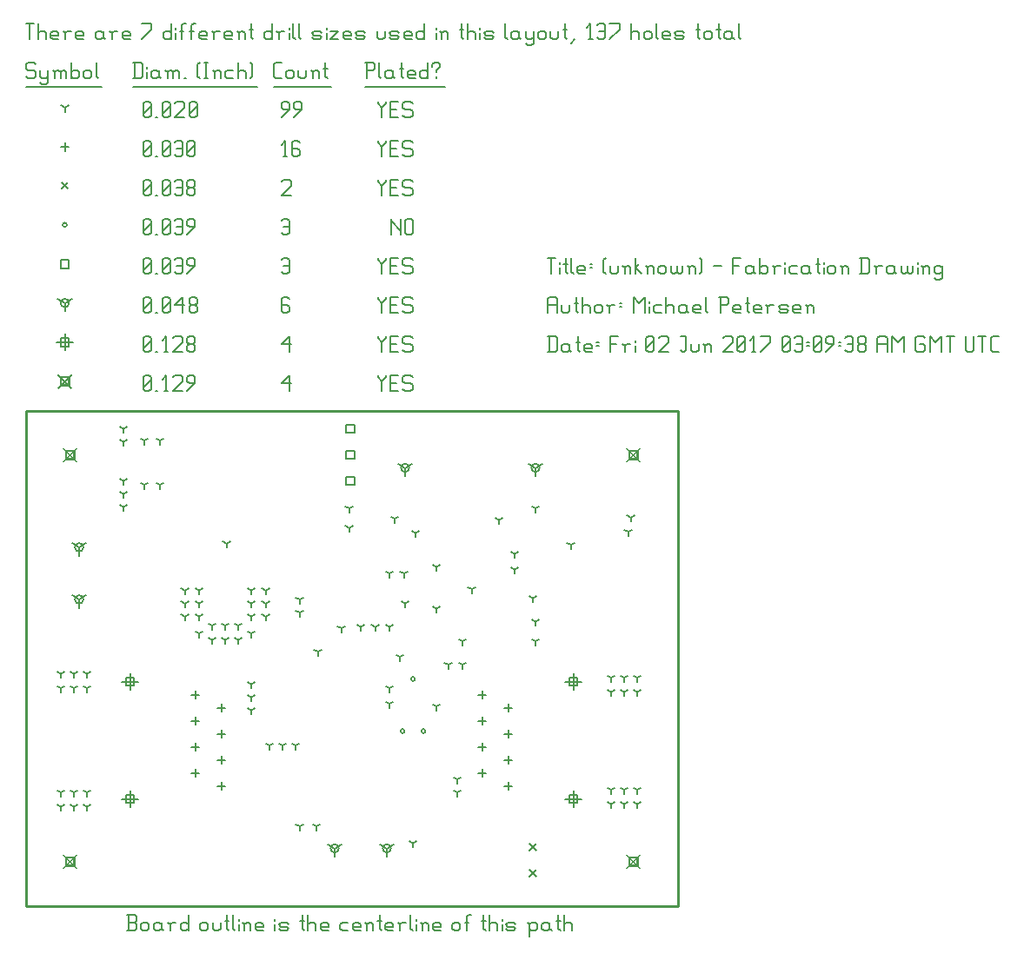
<source format=gbr>
G04 start of page 13 for group -3984 idx -3984 *
G04 Title: (unknown), fab *
G04 Creator: pcb 20140316 *
G04 CreationDate: Fri 02 Jun 2017 03:09:38 AM GMT UTC *
G04 For: railfan *
G04 Format: Gerber/RS-274X *
G04 PCB-Dimensions (mil): 2500.00 1900.00 *
G04 PCB-Coordinate-Origin: lower left *
%MOIN*%
%FSLAX25Y25*%
%LNFAB*%
%ADD115C,0.0100*%
%ADD114C,0.0060*%
%ADD113R,0.0080X0.0080*%
%ADD112C,0.0001*%
G54D112*G36*
X14600Y175966D02*X19966Y170600D01*
X19400Y170034D01*
X14034Y175400D01*
X14600Y175966D01*
G37*
G36*
X14034Y170600D02*X19400Y175966D01*
X19966Y175400D01*
X14600Y170034D01*
X14034Y170600D01*
G37*
G54D113*X15400Y174600D02*X18600D01*
X15400D02*Y171400D01*
X18600D01*
Y174600D02*Y171400D01*
G54D112*G36*
X230600Y175966D02*X235966Y170600D01*
X235400Y170034D01*
X230034Y175400D01*
X230600Y175966D01*
G37*
G36*
X230034Y170600D02*X235400Y175966D01*
X235966Y175400D01*
X230600Y170034D01*
X230034Y170600D01*
G37*
G54D113*X231400Y174600D02*X234600D01*
X231400D02*Y171400D01*
X234600D01*
Y174600D02*Y171400D01*
G54D112*G36*
X230600Y19966D02*X235966Y14600D01*
X235400Y14034D01*
X230034Y19400D01*
X230600Y19966D01*
G37*
G36*
X230034Y14600D02*X235400Y19966D01*
X235966Y19400D01*
X230600Y14034D01*
X230034Y14600D01*
G37*
G54D113*X231400Y18600D02*X234600D01*
X231400D02*Y15400D01*
X234600D01*
Y18600D02*Y15400D01*
G54D112*G36*
X14600Y19966D02*X19966Y14600D01*
X19400Y14034D01*
X14034Y19400D01*
X14600Y19966D01*
G37*
G36*
X14034Y14600D02*X19400Y19966D01*
X19966Y19400D01*
X14600Y14034D01*
X14034Y14600D01*
G37*
G54D113*X15400Y18600D02*X18600D01*
X15400D02*Y15400D01*
X18600D01*
Y18600D02*Y15400D01*
G54D112*G36*
X12600Y204216D02*X17966Y198850D01*
X17400Y198284D01*
X12034Y203650D01*
X12600Y204216D01*
G37*
G36*
X12034Y198850D02*X17400Y204216D01*
X17966Y203650D01*
X12600Y198284D01*
X12034Y198850D01*
G37*
G54D113*X13400Y202850D02*X16600D01*
X13400D02*Y199650D01*
X16600D01*
Y202850D02*Y199650D01*
G54D114*X135000Y203500D02*Y202750D01*
X136500Y201250D01*
X138000Y202750D01*
Y203500D02*Y202750D01*
X136500Y201250D02*Y197500D01*
X139800Y200500D02*X142050D01*
X139800Y197500D02*X142800D01*
X139800Y203500D02*Y197500D01*
Y203500D02*X142800D01*
X147600D02*X148350Y202750D01*
X145350Y203500D02*X147600D01*
X144600Y202750D02*X145350Y203500D01*
X144600Y202750D02*Y201250D01*
X145350Y200500D01*
X147600D01*
X148350Y199750D01*
Y198250D01*
X147600Y197500D02*X148350Y198250D01*
X145350Y197500D02*X147600D01*
X144600Y198250D02*X145350Y197500D01*
X98000Y200500D02*X101000Y203500D01*
X98000Y200500D02*X101750D01*
X101000Y203500D02*Y197500D01*
X45000Y198250D02*X45750Y197500D01*
X45000Y202750D02*Y198250D01*
Y202750D02*X45750Y203500D01*
X47250D01*
X48000Y202750D01*
Y198250D01*
X47250Y197500D02*X48000Y198250D01*
X45750Y197500D02*X47250D01*
X45000Y199000D02*X48000Y202000D01*
X49800Y197500D02*X50550D01*
X53100D02*X54600D01*
X53850Y203500D02*Y197500D01*
X52350Y202000D02*X53850Y203500D01*
X56400Y202750D02*X57150Y203500D01*
X59400D01*
X60150Y202750D01*
Y201250D01*
X56400Y197500D02*X60150Y201250D01*
X56400Y197500D02*X60150D01*
X61950D02*X64950Y200500D01*
Y202750D02*Y200500D01*
X64200Y203500D02*X64950Y202750D01*
X62700Y203500D02*X64200D01*
X61950Y202750D02*X62700Y203500D01*
X61950Y202750D02*Y201250D01*
X62700Y200500D01*
X64950D01*
X40000Y89200D02*Y82800D01*
X36800Y86000D02*X43200D01*
X38400Y87600D02*X41600D01*
X38400D02*Y84400D01*
X41600D01*
Y87600D02*Y84400D01*
X40000Y44200D02*Y37800D01*
X36800Y41000D02*X43200D01*
X38400Y42600D02*X41600D01*
X38400D02*Y39400D01*
X41600D01*
Y42600D02*Y39400D01*
X210000Y44200D02*Y37800D01*
X206800Y41000D02*X213200D01*
X208400Y42600D02*X211600D01*
X208400D02*Y39400D01*
X211600D01*
Y42600D02*Y39400D01*
X210000Y89200D02*Y82800D01*
X206800Y86000D02*X213200D01*
X208400Y87600D02*X211600D01*
X208400D02*Y84400D01*
X211600D01*
Y87600D02*Y84400D01*
X15000Y219450D02*Y213050D01*
X11800Y216250D02*X18200D01*
X13400Y217850D02*X16600D01*
X13400D02*Y214650D01*
X16600D01*
Y217850D02*Y214650D01*
X135000Y218500D02*Y217750D01*
X136500Y216250D01*
X138000Y217750D01*
Y218500D02*Y217750D01*
X136500Y216250D02*Y212500D01*
X139800Y215500D02*X142050D01*
X139800Y212500D02*X142800D01*
X139800Y218500D02*Y212500D01*
Y218500D02*X142800D01*
X147600D02*X148350Y217750D01*
X145350Y218500D02*X147600D01*
X144600Y217750D02*X145350Y218500D01*
X144600Y217750D02*Y216250D01*
X145350Y215500D01*
X147600D01*
X148350Y214750D01*
Y213250D01*
X147600Y212500D02*X148350Y213250D01*
X145350Y212500D02*X147600D01*
X144600Y213250D02*X145350Y212500D01*
X98000Y215500D02*X101000Y218500D01*
X98000Y215500D02*X101750D01*
X101000Y218500D02*Y212500D01*
X45000Y213250D02*X45750Y212500D01*
X45000Y217750D02*Y213250D01*
Y217750D02*X45750Y218500D01*
X47250D01*
X48000Y217750D01*
Y213250D01*
X47250Y212500D02*X48000Y213250D01*
X45750Y212500D02*X47250D01*
X45000Y214000D02*X48000Y217000D01*
X49800Y212500D02*X50550D01*
X53100D02*X54600D01*
X53850Y218500D02*Y212500D01*
X52350Y217000D02*X53850Y218500D01*
X56400Y217750D02*X57150Y218500D01*
X59400D01*
X60150Y217750D01*
Y216250D01*
X56400Y212500D02*X60150Y216250D01*
X56400Y212500D02*X60150D01*
X61950Y213250D02*X62700Y212500D01*
X61950Y214750D02*Y213250D01*
Y214750D02*X62700Y215500D01*
X64200D01*
X64950Y214750D01*
Y213250D01*
X64200Y212500D02*X64950Y213250D01*
X62700Y212500D02*X64200D01*
X61950Y216250D02*X62700Y215500D01*
X61950Y217750D02*Y216250D01*
Y217750D02*X62700Y218500D01*
X64200D01*
X64950Y217750D01*
Y216250D01*
X64200Y215500D02*X64950Y216250D01*
X118500Y22000D02*Y18800D01*
Y22000D02*X121273Y23600D01*
X118500Y22000D02*X115727Y23600D01*
X116900Y22000D02*G75*G03X120100Y22000I1600J0D01*G01*
G75*G03X116900Y22000I-1600J0D01*G01*
X138500D02*Y18800D01*
Y22000D02*X141273Y23600D01*
X138500Y22000D02*X135727Y23600D01*
X136900Y22000D02*G75*G03X140100Y22000I1600J0D01*G01*
G75*G03X136900Y22000I-1600J0D01*G01*
X145500Y168000D02*Y164800D01*
Y168000D02*X148273Y169600D01*
X145500Y168000D02*X142727Y169600D01*
X143900Y168000D02*G75*G03X147100Y168000I1600J0D01*G01*
G75*G03X143900Y168000I-1600J0D01*G01*
X195500D02*Y164800D01*
Y168000D02*X198273Y169600D01*
X195500Y168000D02*X192727Y169600D01*
X193900Y168000D02*G75*G03X197100Y168000I1600J0D01*G01*
G75*G03X193900Y168000I-1600J0D01*G01*
X20500Y137500D02*Y134300D01*
Y137500D02*X23273Y139100D01*
X20500Y137500D02*X17727Y139100D01*
X18900Y137500D02*G75*G03X22100Y137500I1600J0D01*G01*
G75*G03X18900Y137500I-1600J0D01*G01*
X20500Y117500D02*Y114300D01*
Y117500D02*X23273Y119100D01*
X20500Y117500D02*X17727Y119100D01*
X18900Y117500D02*G75*G03X22100Y117500I1600J0D01*G01*
G75*G03X18900Y117500I-1600J0D01*G01*
X15000Y231250D02*Y228050D01*
Y231250D02*X17773Y232850D01*
X15000Y231250D02*X12227Y232850D01*
X13400Y231250D02*G75*G03X16600Y231250I1600J0D01*G01*
G75*G03X13400Y231250I-1600J0D01*G01*
X135000Y233500D02*Y232750D01*
X136500Y231250D01*
X138000Y232750D01*
Y233500D02*Y232750D01*
X136500Y231250D02*Y227500D01*
X139800Y230500D02*X142050D01*
X139800Y227500D02*X142800D01*
X139800Y233500D02*Y227500D01*
Y233500D02*X142800D01*
X147600D02*X148350Y232750D01*
X145350Y233500D02*X147600D01*
X144600Y232750D02*X145350Y233500D01*
X144600Y232750D02*Y231250D01*
X145350Y230500D01*
X147600D01*
X148350Y229750D01*
Y228250D01*
X147600Y227500D02*X148350Y228250D01*
X145350Y227500D02*X147600D01*
X144600Y228250D02*X145350Y227500D01*
X100250Y233500D02*X101000Y232750D01*
X98750Y233500D02*X100250D01*
X98000Y232750D02*X98750Y233500D01*
X98000Y232750D02*Y228250D01*
X98750Y227500D01*
X100250Y230500D02*X101000Y229750D01*
X98000Y230500D02*X100250D01*
X98750Y227500D02*X100250D01*
X101000Y228250D01*
Y229750D02*Y228250D01*
X45000D02*X45750Y227500D01*
X45000Y232750D02*Y228250D01*
Y232750D02*X45750Y233500D01*
X47250D01*
X48000Y232750D01*
Y228250D01*
X47250Y227500D02*X48000Y228250D01*
X45750Y227500D02*X47250D01*
X45000Y229000D02*X48000Y232000D01*
X49800Y227500D02*X50550D01*
X52350Y228250D02*X53100Y227500D01*
X52350Y232750D02*Y228250D01*
Y232750D02*X53100Y233500D01*
X54600D01*
X55350Y232750D01*
Y228250D01*
X54600Y227500D02*X55350Y228250D01*
X53100Y227500D02*X54600D01*
X52350Y229000D02*X55350Y232000D01*
X57150Y230500D02*X60150Y233500D01*
X57150Y230500D02*X60900D01*
X60150Y233500D02*Y227500D01*
X62700Y228250D02*X63450Y227500D01*
X62700Y229750D02*Y228250D01*
Y229750D02*X63450Y230500D01*
X64950D01*
X65700Y229750D01*
Y228250D01*
X64950Y227500D02*X65700Y228250D01*
X63450Y227500D02*X64950D01*
X62700Y231250D02*X63450Y230500D01*
X62700Y232750D02*Y231250D01*
Y232750D02*X63450Y233500D01*
X64950D01*
X65700Y232750D01*
Y231250D01*
X64950Y230500D02*X65700Y231250D01*
X147700Y87000D02*G75*G03X149300Y87000I800J0D01*G01*
G75*G03X147700Y87000I-800J0D01*G01*
X151700Y67000D02*G75*G03X153300Y67000I800J0D01*G01*
G75*G03X151700Y67000I-800J0D01*G01*
X143700D02*G75*G03X145300Y67000I800J0D01*G01*
G75*G03X143700Y67000I-800J0D01*G01*
X122900Y184600D02*X126100D01*
X122900D02*Y181400D01*
X126100D01*
Y184600D02*Y181400D01*
X122900Y174600D02*X126100D01*
X122900D02*Y171400D01*
X126100D01*
Y174600D02*Y171400D01*
X122900Y164600D02*X126100D01*
X122900D02*Y161400D01*
X126100D01*
Y164600D02*Y161400D01*
X13400Y247850D02*X16600D01*
X13400D02*Y244650D01*
X16600D01*
Y247850D02*Y244650D01*
X135000Y248500D02*Y247750D01*
X136500Y246250D01*
X138000Y247750D01*
Y248500D02*Y247750D01*
X136500Y246250D02*Y242500D01*
X139800Y245500D02*X142050D01*
X139800Y242500D02*X142800D01*
X139800Y248500D02*Y242500D01*
Y248500D02*X142800D01*
X147600D02*X148350Y247750D01*
X145350Y248500D02*X147600D01*
X144600Y247750D02*X145350Y248500D01*
X144600Y247750D02*Y246250D01*
X145350Y245500D01*
X147600D01*
X148350Y244750D01*
Y243250D01*
X147600Y242500D02*X148350Y243250D01*
X145350Y242500D02*X147600D01*
X144600Y243250D02*X145350Y242500D01*
X98000Y247750D02*X98750Y248500D01*
X100250D01*
X101000Y247750D01*
Y243250D01*
X100250Y242500D02*X101000Y243250D01*
X98750Y242500D02*X100250D01*
X98000Y243250D02*X98750Y242500D01*
Y245500D02*X101000D01*
X14200Y261250D02*G75*G03X15800Y261250I800J0D01*G01*
G75*G03X14200Y261250I-800J0D01*G01*
X140000Y263500D02*Y257500D01*
Y263500D02*Y262750D01*
X143750Y259000D01*
Y263500D02*Y257500D01*
X145550Y262750D02*Y258250D01*
Y262750D02*X146300Y263500D01*
X147800D01*
X148550Y262750D01*
Y258250D01*
X147800Y257500D02*X148550Y258250D01*
X146300Y257500D02*X147800D01*
X145550Y258250D02*X146300Y257500D01*
X98000Y262750D02*X98750Y263500D01*
X100250D01*
X101000Y262750D01*
Y258250D01*
X100250Y257500D02*X101000Y258250D01*
X98750Y257500D02*X100250D01*
X98000Y258250D02*X98750Y257500D01*
Y260500D02*X101000D01*
X45000Y258250D02*X45750Y257500D01*
X45000Y262750D02*Y258250D01*
Y262750D02*X45750Y263500D01*
X47250D01*
X48000Y262750D01*
Y258250D01*
X47250Y257500D02*X48000Y258250D01*
X45750Y257500D02*X47250D01*
X45000Y259000D02*X48000Y262000D01*
X49800Y257500D02*X50550D01*
X52350Y258250D02*X53100Y257500D01*
X52350Y262750D02*Y258250D01*
Y262750D02*X53100Y263500D01*
X54600D01*
X55350Y262750D01*
Y258250D01*
X54600Y257500D02*X55350Y258250D01*
X53100Y257500D02*X54600D01*
X52350Y259000D02*X55350Y262000D01*
X57150Y262750D02*X57900Y263500D01*
X59400D01*
X60150Y262750D01*
Y258250D01*
X59400Y257500D02*X60150Y258250D01*
X57900Y257500D02*X59400D01*
X57150Y258250D02*X57900Y257500D01*
Y260500D02*X60150D01*
X61950Y257500D02*X64950Y260500D01*
Y262750D02*Y260500D01*
X64200Y263500D02*X64950Y262750D01*
X62700Y263500D02*X64200D01*
X61950Y262750D02*X62700Y263500D01*
X61950Y262750D02*Y261250D01*
X62700Y260500D01*
X64950D01*
X45000Y243250D02*X45750Y242500D01*
X45000Y247750D02*Y243250D01*
Y247750D02*X45750Y248500D01*
X47250D01*
X48000Y247750D01*
Y243250D01*
X47250Y242500D02*X48000Y243250D01*
X45750Y242500D02*X47250D01*
X45000Y244000D02*X48000Y247000D01*
X49800Y242500D02*X50550D01*
X52350Y243250D02*X53100Y242500D01*
X52350Y247750D02*Y243250D01*
Y247750D02*X53100Y248500D01*
X54600D01*
X55350Y247750D01*
Y243250D01*
X54600Y242500D02*X55350Y243250D01*
X53100Y242500D02*X54600D01*
X52350Y244000D02*X55350Y247000D01*
X57150Y247750D02*X57900Y248500D01*
X59400D01*
X60150Y247750D01*
Y243250D01*
X59400Y242500D02*X60150Y243250D01*
X57900Y242500D02*X59400D01*
X57150Y243250D02*X57900Y242500D01*
Y245500D02*X60150D01*
X61950Y242500D02*X64950Y245500D01*
Y247750D02*Y245500D01*
X64200Y248500D02*X64950Y247750D01*
X62700Y248500D02*X64200D01*
X61950Y247750D02*X62700Y248500D01*
X61950Y247750D02*Y246250D01*
X62700Y245500D01*
X64950D01*
X193300Y23700D02*X195700Y21300D01*
X193300D02*X195700Y23700D01*
X193300Y13700D02*X195700Y11300D01*
X193300D02*X195700Y13700D01*
X13800Y277450D02*X16200Y275050D01*
X13800D02*X16200Y277450D01*
X135000Y278500D02*Y277750D01*
X136500Y276250D01*
X138000Y277750D01*
Y278500D02*Y277750D01*
X136500Y276250D02*Y272500D01*
X139800Y275500D02*X142050D01*
X139800Y272500D02*X142800D01*
X139800Y278500D02*Y272500D01*
Y278500D02*X142800D01*
X147600D02*X148350Y277750D01*
X145350Y278500D02*X147600D01*
X144600Y277750D02*X145350Y278500D01*
X144600Y277750D02*Y276250D01*
X145350Y275500D01*
X147600D01*
X148350Y274750D01*
Y273250D01*
X147600Y272500D02*X148350Y273250D01*
X145350Y272500D02*X147600D01*
X144600Y273250D02*X145350Y272500D01*
X98000Y277750D02*X98750Y278500D01*
X101000D01*
X101750Y277750D01*
Y276250D01*
X98000Y272500D02*X101750Y276250D01*
X98000Y272500D02*X101750D01*
X45000Y273250D02*X45750Y272500D01*
X45000Y277750D02*Y273250D01*
Y277750D02*X45750Y278500D01*
X47250D01*
X48000Y277750D01*
Y273250D01*
X47250Y272500D02*X48000Y273250D01*
X45750Y272500D02*X47250D01*
X45000Y274000D02*X48000Y277000D01*
X49800Y272500D02*X50550D01*
X52350Y273250D02*X53100Y272500D01*
X52350Y277750D02*Y273250D01*
Y277750D02*X53100Y278500D01*
X54600D01*
X55350Y277750D01*
Y273250D01*
X54600Y272500D02*X55350Y273250D01*
X53100Y272500D02*X54600D01*
X52350Y274000D02*X55350Y277000D01*
X57150Y277750D02*X57900Y278500D01*
X59400D01*
X60150Y277750D01*
Y273250D01*
X59400Y272500D02*X60150Y273250D01*
X57900Y272500D02*X59400D01*
X57150Y273250D02*X57900Y272500D01*
Y275500D02*X60150D01*
X61950Y273250D02*X62700Y272500D01*
X61950Y274750D02*Y273250D01*
Y274750D02*X62700Y275500D01*
X64200D01*
X64950Y274750D01*
Y273250D01*
X64200Y272500D02*X64950Y273250D01*
X62700Y272500D02*X64200D01*
X61950Y276250D02*X62700Y275500D01*
X61950Y277750D02*Y276250D01*
Y277750D02*X62700Y278500D01*
X64200D01*
X64950Y277750D01*
Y276250D01*
X64200Y275500D02*X64950Y276250D01*
X65000Y82600D02*Y79400D01*
X63400Y81000D02*X66600D01*
X75000Y77600D02*Y74400D01*
X73400Y76000D02*X76600D01*
X65000Y72600D02*Y69400D01*
X63400Y71000D02*X66600D01*
X75000Y67600D02*Y64400D01*
X73400Y66000D02*X76600D01*
X65000Y62600D02*Y59400D01*
X63400Y61000D02*X66600D01*
X75000Y57600D02*Y54400D01*
X73400Y56000D02*X76600D01*
X65000Y52600D02*Y49400D01*
X63400Y51000D02*X66600D01*
X75000Y47600D02*Y44400D01*
X73400Y46000D02*X76600D01*
X185000Y47600D02*Y44400D01*
X183400Y46000D02*X186600D01*
X175000Y52600D02*Y49400D01*
X173400Y51000D02*X176600D01*
X185000Y57600D02*Y54400D01*
X183400Y56000D02*X186600D01*
X175000Y62600D02*Y59400D01*
X173400Y61000D02*X176600D01*
X185000Y67600D02*Y64400D01*
X183400Y66000D02*X186600D01*
X175000Y72600D02*Y69400D01*
X173400Y71000D02*X176600D01*
X185000Y77600D02*Y74400D01*
X183400Y76000D02*X186600D01*
X175000Y82600D02*Y79400D01*
X173400Y81000D02*X176600D01*
X15000Y292850D02*Y289650D01*
X13400Y291250D02*X16600D01*
X135000Y293500D02*Y292750D01*
X136500Y291250D01*
X138000Y292750D01*
Y293500D02*Y292750D01*
X136500Y291250D02*Y287500D01*
X139800Y290500D02*X142050D01*
X139800Y287500D02*X142800D01*
X139800Y293500D02*Y287500D01*
Y293500D02*X142800D01*
X147600D02*X148350Y292750D01*
X145350Y293500D02*X147600D01*
X144600Y292750D02*X145350Y293500D01*
X144600Y292750D02*Y291250D01*
X145350Y290500D01*
X147600D01*
X148350Y289750D01*
Y288250D01*
X147600Y287500D02*X148350Y288250D01*
X145350Y287500D02*X147600D01*
X144600Y288250D02*X145350Y287500D01*
X98750D02*X100250D01*
X99500Y293500D02*Y287500D01*
X98000Y292000D02*X99500Y293500D01*
X104300D02*X105050Y292750D01*
X102800Y293500D02*X104300D01*
X102050Y292750D02*X102800Y293500D01*
X102050Y292750D02*Y288250D01*
X102800Y287500D01*
X104300Y290500D02*X105050Y289750D01*
X102050Y290500D02*X104300D01*
X102800Y287500D02*X104300D01*
X105050Y288250D01*
Y289750D02*Y288250D01*
X45000D02*X45750Y287500D01*
X45000Y292750D02*Y288250D01*
Y292750D02*X45750Y293500D01*
X47250D01*
X48000Y292750D01*
Y288250D01*
X47250Y287500D02*X48000Y288250D01*
X45750Y287500D02*X47250D01*
X45000Y289000D02*X48000Y292000D01*
X49800Y287500D02*X50550D01*
X52350Y288250D02*X53100Y287500D01*
X52350Y292750D02*Y288250D01*
Y292750D02*X53100Y293500D01*
X54600D01*
X55350Y292750D01*
Y288250D01*
X54600Y287500D02*X55350Y288250D01*
X53100Y287500D02*X54600D01*
X52350Y289000D02*X55350Y292000D01*
X57150Y292750D02*X57900Y293500D01*
X59400D01*
X60150Y292750D01*
Y288250D01*
X59400Y287500D02*X60150Y288250D01*
X57900Y287500D02*X59400D01*
X57150Y288250D02*X57900Y287500D01*
Y290500D02*X60150D01*
X61950Y288250D02*X62700Y287500D01*
X61950Y292750D02*Y288250D01*
Y292750D02*X62700Y293500D01*
X64200D01*
X64950Y292750D01*
Y288250D01*
X64200Y287500D02*X64950Y288250D01*
X62700Y287500D02*X64200D01*
X61950Y289000D02*X64950Y292000D01*
X195500Y101500D02*Y99900D01*
Y101500D02*X196887Y102300D01*
X195500Y101500D02*X194113Y102300D01*
X187500Y129000D02*Y127400D01*
Y129000D02*X188887Y129800D01*
X187500Y129000D02*X186113Y129800D01*
X187500Y135000D02*Y133400D01*
Y135000D02*X188887Y135800D01*
X187500Y135000D02*X186113Y135800D01*
X86500Y80000D02*Y78400D01*
Y80000D02*X87887Y80800D01*
X86500Y80000D02*X85113Y80800D01*
X86500Y85000D02*Y83400D01*
Y85000D02*X87887Y85800D01*
X86500Y85000D02*X85113Y85800D01*
X171000Y121500D02*Y119900D01*
Y121500D02*X172387Y122300D01*
X171000Y121500D02*X169613Y122300D01*
X145000Y127500D02*Y125900D01*
Y127500D02*X146387Y128300D01*
X145000Y127500D02*X143613Y128300D01*
X105000Y117500D02*Y115900D01*
Y117500D02*X106387Y118300D01*
X105000Y117500D02*X103613Y118300D01*
X149500Y143000D02*Y141400D01*
Y143000D02*X150887Y143800D01*
X149500Y143000D02*X148113Y143800D01*
X124000Y152500D02*Y150900D01*
Y152500D02*X125387Y153300D01*
X124000Y152500D02*X122613Y153300D01*
X139500Y127500D02*Y125900D01*
Y127500D02*X140887Y128300D01*
X139500Y127500D02*X138113Y128300D01*
X209000Y138500D02*Y136900D01*
Y138500D02*X210387Y139300D01*
X209000Y138500D02*X207613Y139300D01*
X195500Y109000D02*Y107400D01*
Y109000D02*X196887Y109800D01*
X195500Y109000D02*X194113Y109800D01*
X45500Y178500D02*Y176900D01*
Y178500D02*X46887Y179300D01*
X45500Y178500D02*X44113Y179300D01*
X51500Y178500D02*Y176900D01*
Y178500D02*X52887Y179300D01*
X51500Y178500D02*X50113Y179300D01*
X45500Y161500D02*Y159900D01*
Y161500D02*X46887Y162300D01*
X45500Y161500D02*X44113Y162300D01*
X51500Y161500D02*Y159900D01*
Y161500D02*X52887Y162300D01*
X51500Y161500D02*X50113Y162300D01*
X66500Y121000D02*Y119400D01*
Y121000D02*X67887Y121800D01*
X66500Y121000D02*X65113Y121800D01*
X66500Y116000D02*Y114400D01*
Y116000D02*X67887Y116800D01*
X66500Y116000D02*X65113Y116800D01*
X66500Y111000D02*Y109400D01*
Y111000D02*X67887Y111800D01*
X66500Y111000D02*X65113Y111800D01*
X86500Y111000D02*Y109400D01*
Y111000D02*X87887Y111800D01*
X86500Y111000D02*X85113Y111800D01*
X86500Y116000D02*Y114400D01*
Y116000D02*X87887Y116800D01*
X86500Y116000D02*X85113Y116800D01*
X86500Y121000D02*Y119400D01*
Y121000D02*X87887Y121800D01*
X86500Y121000D02*X85113Y121800D01*
X71500Y107500D02*Y105900D01*
Y107500D02*X72887Y108300D01*
X71500Y107500D02*X70113Y108300D01*
X76500Y107500D02*Y105900D01*
Y107500D02*X77887Y108300D01*
X76500Y107500D02*X75113Y108300D01*
X81500Y107500D02*Y105900D01*
Y107500D02*X82887Y108300D01*
X81500Y107500D02*X80113Y108300D01*
X105000Y112500D02*Y110900D01*
Y112500D02*X106387Y113300D01*
X105000Y112500D02*X103613Y113300D01*
X165500Y43500D02*Y41900D01*
Y43500D02*X166887Y44300D01*
X165500Y43500D02*X164113Y44300D01*
X165500Y48500D02*Y46900D01*
Y48500D02*X166887Y49300D01*
X165500Y48500D02*X164113Y49300D01*
X86500Y75000D02*Y73400D01*
Y75000D02*X87887Y75800D01*
X86500Y75000D02*X85113Y75800D01*
X93500Y61500D02*Y59900D01*
Y61500D02*X94887Y62300D01*
X93500Y61500D02*X92113Y62300D01*
X103500Y61500D02*Y59900D01*
Y61500D02*X104887Y62300D01*
X103500Y61500D02*X102113Y62300D01*
X98500Y61500D02*Y59900D01*
Y61500D02*X99887Y62300D01*
X98500Y61500D02*X97113Y62300D01*
X121000Y106500D02*Y104900D01*
Y106500D02*X122387Y107300D01*
X121000Y106500D02*X119613Y107300D01*
X181500Y148000D02*Y146400D01*
Y148000D02*X182887Y148800D01*
X181500Y148000D02*X180113Y148800D01*
X157500Y76500D02*Y74900D01*
Y76500D02*X158887Y77300D01*
X157500Y76500D02*X156113Y77300D01*
X139500Y107000D02*Y105400D01*
Y107000D02*X140887Y107800D01*
X139500Y107000D02*X138113Y107800D01*
X134000Y107000D02*Y105400D01*
Y107000D02*X135387Y107800D01*
X134000Y107000D02*X132613Y107800D01*
X128500Y107000D02*Y105400D01*
Y107000D02*X129887Y107800D01*
X128500Y107000D02*X127113Y107800D01*
X139500Y77500D02*Y75900D01*
Y77500D02*X140887Y78300D01*
X139500Y77500D02*X138113Y78300D01*
X139500Y83500D02*Y81900D01*
Y83500D02*X140887Y84300D01*
X139500Y83500D02*X138113Y84300D01*
X143500Y95500D02*Y93900D01*
Y95500D02*X144887Y96300D01*
X143500Y95500D02*X142113Y96300D01*
X195500Y152500D02*Y150900D01*
Y152500D02*X196887Y153300D01*
X195500Y152500D02*X194113Y153300D01*
X141500Y148500D02*Y146900D01*
Y148500D02*X142887Y149300D01*
X141500Y148500D02*X140113Y149300D01*
X124000Y145000D02*Y143400D01*
Y145000D02*X125387Y145800D01*
X124000Y145000D02*X122613Y145800D01*
X232000Y149000D02*Y147400D01*
Y149000D02*X233387Y149800D01*
X232000Y149000D02*X230613Y149800D01*
X194500Y118000D02*Y116400D01*
Y118000D02*X195887Y118800D01*
X194500Y118000D02*X193113Y118800D01*
X162000Y92500D02*Y90900D01*
Y92500D02*X163387Y93300D01*
X162000Y92500D02*X160613Y93300D01*
X167500Y92500D02*Y90900D01*
Y92500D02*X168887Y93300D01*
X167500Y92500D02*X166113Y93300D01*
X167500Y101500D02*Y99900D01*
Y101500D02*X168887Y102300D01*
X167500Y101500D02*X166113Y102300D01*
X231000Y143500D02*Y141900D01*
Y143500D02*X232387Y144300D01*
X231000Y143500D02*X229613Y144300D01*
X71500Y102000D02*Y100400D01*
Y102000D02*X72887Y102800D01*
X71500Y102000D02*X70113Y102800D01*
X76500Y102000D02*Y100400D01*
Y102000D02*X77887Y102800D01*
X76500Y102000D02*X75113Y102800D01*
X81500Y102000D02*Y100400D01*
Y102000D02*X82887Y102800D01*
X81500Y102000D02*X80113Y102800D01*
X66500Y104500D02*Y102900D01*
Y104500D02*X67887Y105300D01*
X66500Y104500D02*X65113Y105300D01*
X86500Y104500D02*Y102900D01*
Y104500D02*X87887Y105300D01*
X86500Y104500D02*X85113Y105300D01*
X61000Y121000D02*Y119400D01*
Y121000D02*X62387Y121800D01*
X61000Y121000D02*X59613Y121800D01*
X61000Y116000D02*Y114400D01*
Y116000D02*X62387Y116800D01*
X61000Y116000D02*X59613Y116800D01*
X61000Y111000D02*Y109400D01*
Y111000D02*X62387Y111800D01*
X61000Y111000D02*X59613Y111800D01*
X92000Y111000D02*Y109400D01*
Y111000D02*X93387Y111800D01*
X92000Y111000D02*X90613Y111800D01*
X92000Y116000D02*Y114400D01*
Y116000D02*X93387Y116800D01*
X92000Y116000D02*X90613Y116800D01*
X92000Y121000D02*Y119400D01*
Y121000D02*X93387Y121800D01*
X92000Y121000D02*X90613Y121800D01*
X37500Y163000D02*Y161400D01*
Y163000D02*X38887Y163800D01*
X37500Y163000D02*X36113Y163800D01*
X37500Y158000D02*Y156400D01*
Y158000D02*X38887Y158800D01*
X37500Y158000D02*X36113Y158800D01*
X37500Y153000D02*Y151400D01*
Y153000D02*X38887Y153800D01*
X37500Y153000D02*X36113Y153800D01*
X37500Y183000D02*Y181400D01*
Y183000D02*X38887Y183800D01*
X37500Y183000D02*X36113Y183800D01*
X37500Y178000D02*Y176400D01*
Y178000D02*X38887Y178800D01*
X37500Y178000D02*X36113Y178800D01*
X77000Y139000D02*Y137400D01*
Y139000D02*X78387Y139800D01*
X77000Y139000D02*X75613Y139800D01*
X224500Y87500D02*Y85900D01*
Y87500D02*X225887Y88300D01*
X224500Y87500D02*X223113Y88300D01*
X229500Y87500D02*Y85900D01*
Y87500D02*X230887Y88300D01*
X229500Y87500D02*X228113Y88300D01*
X234500Y87500D02*Y85900D01*
Y87500D02*X235887Y88300D01*
X234500Y87500D02*X233113Y88300D01*
X224500Y82000D02*Y80400D01*
Y82000D02*X225887Y82800D01*
X224500Y82000D02*X223113Y82800D01*
X229500Y82000D02*Y80400D01*
Y82000D02*X230887Y82800D01*
X229500Y82000D02*X228113Y82800D01*
X234500Y82000D02*Y80400D01*
Y82000D02*X235887Y82800D01*
X234500Y82000D02*X233113Y82800D01*
X224500Y44500D02*Y42900D01*
Y44500D02*X225887Y45300D01*
X224500Y44500D02*X223113Y45300D01*
X229500Y44500D02*Y42900D01*
Y44500D02*X230887Y45300D01*
X229500Y44500D02*X228113Y45300D01*
X234500Y44500D02*Y42900D01*
Y44500D02*X235887Y45300D01*
X234500Y44500D02*X233113Y45300D01*
X224500Y39000D02*Y37400D01*
Y39000D02*X225887Y39800D01*
X224500Y39000D02*X223113Y39800D01*
X229500Y39000D02*Y37400D01*
Y39000D02*X230887Y39800D01*
X229500Y39000D02*X228113Y39800D01*
X234500Y39000D02*Y37400D01*
Y39000D02*X235887Y39800D01*
X234500Y39000D02*X233113Y39800D01*
X13500Y89000D02*Y87400D01*
Y89000D02*X14887Y89800D01*
X13500Y89000D02*X12113Y89800D01*
X18500Y89000D02*Y87400D01*
Y89000D02*X19887Y89800D01*
X18500Y89000D02*X17113Y89800D01*
X23500Y89000D02*Y87400D01*
Y89000D02*X24887Y89800D01*
X23500Y89000D02*X22113Y89800D01*
X13500Y83500D02*Y81900D01*
Y83500D02*X14887Y84300D01*
X13500Y83500D02*X12113Y84300D01*
X18500Y83500D02*Y81900D01*
Y83500D02*X19887Y84300D01*
X18500Y83500D02*X17113Y84300D01*
X23500Y83500D02*Y81900D01*
Y83500D02*X24887Y84300D01*
X23500Y83500D02*X22113Y84300D01*
X13500Y43500D02*Y41900D01*
Y43500D02*X14887Y44300D01*
X13500Y43500D02*X12113Y44300D01*
X18500Y43500D02*Y41900D01*
Y43500D02*X19887Y44300D01*
X18500Y43500D02*X17113Y44300D01*
X23500Y43500D02*Y41900D01*
Y43500D02*X24887Y44300D01*
X23500Y43500D02*X22113Y44300D01*
X13500Y38000D02*Y36400D01*
Y38000D02*X14887Y38800D01*
X13500Y38000D02*X12113Y38800D01*
X18500Y38000D02*Y36400D01*
Y38000D02*X19887Y38800D01*
X18500Y38000D02*X17113Y38800D01*
X23500Y38000D02*Y36400D01*
Y38000D02*X24887Y38800D01*
X23500Y38000D02*X22113Y38800D01*
X148500Y24000D02*Y22400D01*
Y24000D02*X149887Y24800D01*
X148500Y24000D02*X147113Y24800D01*
X105000Y30500D02*Y28900D01*
Y30500D02*X106387Y31300D01*
X105000Y30500D02*X103613Y31300D01*
X111500Y30500D02*Y28900D01*
Y30500D02*X112887Y31300D01*
X111500Y30500D02*X110113Y31300D01*
X157500Y130000D02*Y128400D01*
Y130000D02*X158887Y130800D01*
X157500Y130000D02*X156113Y130800D01*
X157500Y114000D02*Y112400D01*
Y114000D02*X158887Y114800D01*
X157500Y114000D02*X156113Y114800D01*
X145500Y116000D02*Y114400D01*
Y116000D02*X146887Y116800D01*
X145500Y116000D02*X144113Y116800D01*
X112000Y97500D02*Y95900D01*
Y97500D02*X113387Y98300D01*
X112000Y97500D02*X110613Y98300D01*
X15000Y306250D02*Y304650D01*
Y306250D02*X16387Y307050D01*
X15000Y306250D02*X13613Y307050D01*
X135000Y308500D02*Y307750D01*
X136500Y306250D01*
X138000Y307750D01*
Y308500D02*Y307750D01*
X136500Y306250D02*Y302500D01*
X139800Y305500D02*X142050D01*
X139800Y302500D02*X142800D01*
X139800Y308500D02*Y302500D01*
Y308500D02*X142800D01*
X147600D02*X148350Y307750D01*
X145350Y308500D02*X147600D01*
X144600Y307750D02*X145350Y308500D01*
X144600Y307750D02*Y306250D01*
X145350Y305500D01*
X147600D01*
X148350Y304750D01*
Y303250D01*
X147600Y302500D02*X148350Y303250D01*
X145350Y302500D02*X147600D01*
X144600Y303250D02*X145350Y302500D01*
X98000D02*X101000Y305500D01*
Y307750D02*Y305500D01*
X100250Y308500D02*X101000Y307750D01*
X98750Y308500D02*X100250D01*
X98000Y307750D02*X98750Y308500D01*
X98000Y307750D02*Y306250D01*
X98750Y305500D01*
X101000D01*
X102800Y302500D02*X105800Y305500D01*
Y307750D02*Y305500D01*
X105050Y308500D02*X105800Y307750D01*
X103550Y308500D02*X105050D01*
X102800Y307750D02*X103550Y308500D01*
X102800Y307750D02*Y306250D01*
X103550Y305500D01*
X105800D01*
X45000Y303250D02*X45750Y302500D01*
X45000Y307750D02*Y303250D01*
Y307750D02*X45750Y308500D01*
X47250D01*
X48000Y307750D01*
Y303250D01*
X47250Y302500D02*X48000Y303250D01*
X45750Y302500D02*X47250D01*
X45000Y304000D02*X48000Y307000D01*
X49800Y302500D02*X50550D01*
X52350Y303250D02*X53100Y302500D01*
X52350Y307750D02*Y303250D01*
Y307750D02*X53100Y308500D01*
X54600D01*
X55350Y307750D01*
Y303250D01*
X54600Y302500D02*X55350Y303250D01*
X53100Y302500D02*X54600D01*
X52350Y304000D02*X55350Y307000D01*
X57150Y307750D02*X57900Y308500D01*
X60150D01*
X60900Y307750D01*
Y306250D01*
X57150Y302500D02*X60900Y306250D01*
X57150Y302500D02*X60900D01*
X62700Y303250D02*X63450Y302500D01*
X62700Y307750D02*Y303250D01*
Y307750D02*X63450Y308500D01*
X64950D01*
X65700Y307750D01*
Y303250D01*
X64950Y302500D02*X65700Y303250D01*
X63450Y302500D02*X64950D01*
X62700Y304000D02*X65700Y307000D01*
X3000Y323500D02*X3750Y322750D01*
X750Y323500D02*X3000D01*
X0Y322750D02*X750Y323500D01*
X0Y322750D02*Y321250D01*
X750Y320500D01*
X3000D01*
X3750Y319750D01*
Y318250D01*
X3000Y317500D02*X3750Y318250D01*
X750Y317500D02*X3000D01*
X0Y318250D02*X750Y317500D01*
X5550Y320500D02*Y318250D01*
X6300Y317500D01*
X8550Y320500D02*Y316000D01*
X7800Y315250D02*X8550Y316000D01*
X6300Y315250D02*X7800D01*
X5550Y316000D02*X6300Y315250D01*
Y317500D02*X7800D01*
X8550Y318250D01*
X11100Y319750D02*Y317500D01*
Y319750D02*X11850Y320500D01*
X12600D01*
X13350Y319750D01*
Y317500D01*
Y319750D02*X14100Y320500D01*
X14850D01*
X15600Y319750D01*
Y317500D01*
X10350Y320500D02*X11100Y319750D01*
X17400Y323500D02*Y317500D01*
Y318250D02*X18150Y317500D01*
X19650D01*
X20400Y318250D01*
Y319750D02*Y318250D01*
X19650Y320500D02*X20400Y319750D01*
X18150Y320500D02*X19650D01*
X17400Y319750D02*X18150Y320500D01*
X22200Y319750D02*Y318250D01*
Y319750D02*X22950Y320500D01*
X24450D01*
X25200Y319750D01*
Y318250D01*
X24450Y317500D02*X25200Y318250D01*
X22950Y317500D02*X24450D01*
X22200Y318250D02*X22950Y317500D01*
X27000Y323500D02*Y318250D01*
X27750Y317500D01*
X0Y314250D02*X29250D01*
X41750Y323500D02*Y317500D01*
X44000Y323500D02*X44750Y322750D01*
Y318250D01*
X44000Y317500D02*X44750Y318250D01*
X41000Y317500D02*X44000D01*
X41000Y323500D02*X44000D01*
X46550Y322000D02*Y321250D01*
Y319750D02*Y317500D01*
X50300Y320500D02*X51050Y319750D01*
X48800Y320500D02*X50300D01*
X48050Y319750D02*X48800Y320500D01*
X48050Y319750D02*Y318250D01*
X48800Y317500D01*
X51050Y320500D02*Y318250D01*
X51800Y317500D01*
X48800D02*X50300D01*
X51050Y318250D01*
X54350Y319750D02*Y317500D01*
Y319750D02*X55100Y320500D01*
X55850D01*
X56600Y319750D01*
Y317500D01*
Y319750D02*X57350Y320500D01*
X58100D01*
X58850Y319750D01*
Y317500D01*
X53600Y320500D02*X54350Y319750D01*
X60650Y317500D02*X61400D01*
X65900Y318250D02*X66650Y317500D01*
X65900Y322750D02*X66650Y323500D01*
X65900Y322750D02*Y318250D01*
X68450Y323500D02*X69950D01*
X69200D02*Y317500D01*
X68450D02*X69950D01*
X72500Y319750D02*Y317500D01*
Y319750D02*X73250Y320500D01*
X74000D01*
X74750Y319750D01*
Y317500D01*
X71750Y320500D02*X72500Y319750D01*
X77300Y320500D02*X79550D01*
X76550Y319750D02*X77300Y320500D01*
X76550Y319750D02*Y318250D01*
X77300Y317500D01*
X79550D01*
X81350Y323500D02*Y317500D01*
Y319750D02*X82100Y320500D01*
X83600D01*
X84350Y319750D01*
Y317500D01*
X86150Y323500D02*X86900Y322750D01*
Y318250D01*
X86150Y317500D02*X86900Y318250D01*
X41000Y314250D02*X88700D01*
X95750Y317500D02*X98000D01*
X95000Y318250D02*X95750Y317500D01*
X95000Y322750D02*Y318250D01*
Y322750D02*X95750Y323500D01*
X98000D01*
X99800Y319750D02*Y318250D01*
Y319750D02*X100550Y320500D01*
X102050D01*
X102800Y319750D01*
Y318250D01*
X102050Y317500D02*X102800Y318250D01*
X100550Y317500D02*X102050D01*
X99800Y318250D02*X100550Y317500D01*
X104600Y320500D02*Y318250D01*
X105350Y317500D01*
X106850D01*
X107600Y318250D01*
Y320500D02*Y318250D01*
X110150Y319750D02*Y317500D01*
Y319750D02*X110900Y320500D01*
X111650D01*
X112400Y319750D01*
Y317500D01*
X109400Y320500D02*X110150Y319750D01*
X114950Y323500D02*Y318250D01*
X115700Y317500D01*
X114200Y321250D02*X115700D01*
X95000Y314250D02*X117200D01*
X130750Y323500D02*Y317500D01*
X130000Y323500D02*X133000D01*
X133750Y322750D01*
Y321250D01*
X133000Y320500D02*X133750Y321250D01*
X130750Y320500D02*X133000D01*
X135550Y323500D02*Y318250D01*
X136300Y317500D01*
X140050Y320500D02*X140800Y319750D01*
X138550Y320500D02*X140050D01*
X137800Y319750D02*X138550Y320500D01*
X137800Y319750D02*Y318250D01*
X138550Y317500D01*
X140800Y320500D02*Y318250D01*
X141550Y317500D01*
X138550D02*X140050D01*
X140800Y318250D01*
X144100Y323500D02*Y318250D01*
X144850Y317500D01*
X143350Y321250D02*X144850D01*
X147100Y317500D02*X149350D01*
X146350Y318250D02*X147100Y317500D01*
X146350Y319750D02*Y318250D01*
Y319750D02*X147100Y320500D01*
X148600D01*
X149350Y319750D01*
X146350Y319000D02*X149350D01*
Y319750D02*Y319000D01*
X154150Y323500D02*Y317500D01*
X153400D02*X154150Y318250D01*
X151900Y317500D02*X153400D01*
X151150Y318250D02*X151900Y317500D01*
X151150Y319750D02*Y318250D01*
Y319750D02*X151900Y320500D01*
X153400D01*
X154150Y319750D01*
X157450Y320500D02*Y319750D01*
Y318250D02*Y317500D01*
X155950Y322750D02*Y322000D01*
Y322750D02*X156700Y323500D01*
X158200D01*
X158950Y322750D01*
Y322000D01*
X157450Y320500D02*X158950Y322000D01*
X130000Y314250D02*X160750D01*
X0Y338500D02*X3000D01*
X1500D02*Y332500D01*
X4800Y338500D02*Y332500D01*
Y334750D02*X5550Y335500D01*
X7050D01*
X7800Y334750D01*
Y332500D01*
X10350D02*X12600D01*
X9600Y333250D02*X10350Y332500D01*
X9600Y334750D02*Y333250D01*
Y334750D02*X10350Y335500D01*
X11850D01*
X12600Y334750D01*
X9600Y334000D02*X12600D01*
Y334750D02*Y334000D01*
X15150Y334750D02*Y332500D01*
Y334750D02*X15900Y335500D01*
X17400D01*
X14400D02*X15150Y334750D01*
X19950Y332500D02*X22200D01*
X19200Y333250D02*X19950Y332500D01*
X19200Y334750D02*Y333250D01*
Y334750D02*X19950Y335500D01*
X21450D01*
X22200Y334750D01*
X19200Y334000D02*X22200D01*
Y334750D02*Y334000D01*
X28950Y335500D02*X29700Y334750D01*
X27450Y335500D02*X28950D01*
X26700Y334750D02*X27450Y335500D01*
X26700Y334750D02*Y333250D01*
X27450Y332500D01*
X29700Y335500D02*Y333250D01*
X30450Y332500D01*
X27450D02*X28950D01*
X29700Y333250D01*
X33000Y334750D02*Y332500D01*
Y334750D02*X33750Y335500D01*
X35250D01*
X32250D02*X33000Y334750D01*
X37800Y332500D02*X40050D01*
X37050Y333250D02*X37800Y332500D01*
X37050Y334750D02*Y333250D01*
Y334750D02*X37800Y335500D01*
X39300D01*
X40050Y334750D01*
X37050Y334000D02*X40050D01*
Y334750D02*Y334000D01*
X44550Y332500D02*X48300Y336250D01*
Y338500D02*Y336250D01*
X44550Y338500D02*X48300D01*
X55800D02*Y332500D01*
X55050D02*X55800Y333250D01*
X53550Y332500D02*X55050D01*
X52800Y333250D02*X53550Y332500D01*
X52800Y334750D02*Y333250D01*
Y334750D02*X53550Y335500D01*
X55050D01*
X55800Y334750D01*
X57600Y337000D02*Y336250D01*
Y334750D02*Y332500D01*
X59850Y337750D02*Y332500D01*
Y337750D02*X60600Y338500D01*
X61350D01*
X59100Y335500D02*X60600D01*
X63600Y337750D02*Y332500D01*
Y337750D02*X64350Y338500D01*
X65100D01*
X62850Y335500D02*X64350D01*
X67350Y332500D02*X69600D01*
X66600Y333250D02*X67350Y332500D01*
X66600Y334750D02*Y333250D01*
Y334750D02*X67350Y335500D01*
X68850D01*
X69600Y334750D01*
X66600Y334000D02*X69600D01*
Y334750D02*Y334000D01*
X72150Y334750D02*Y332500D01*
Y334750D02*X72900Y335500D01*
X74400D01*
X71400D02*X72150Y334750D01*
X76950Y332500D02*X79200D01*
X76200Y333250D02*X76950Y332500D01*
X76200Y334750D02*Y333250D01*
Y334750D02*X76950Y335500D01*
X78450D01*
X79200Y334750D01*
X76200Y334000D02*X79200D01*
Y334750D02*Y334000D01*
X81750Y334750D02*Y332500D01*
Y334750D02*X82500Y335500D01*
X83250D01*
X84000Y334750D01*
Y332500D01*
X81000Y335500D02*X81750Y334750D01*
X86550Y338500D02*Y333250D01*
X87300Y332500D01*
X85800Y336250D02*X87300D01*
X94500Y338500D02*Y332500D01*
X93750D02*X94500Y333250D01*
X92250Y332500D02*X93750D01*
X91500Y333250D02*X92250Y332500D01*
X91500Y334750D02*Y333250D01*
Y334750D02*X92250Y335500D01*
X93750D01*
X94500Y334750D01*
X97050D02*Y332500D01*
Y334750D02*X97800Y335500D01*
X99300D01*
X96300D02*X97050Y334750D01*
X101100Y337000D02*Y336250D01*
Y334750D02*Y332500D01*
X102600Y338500D02*Y333250D01*
X103350Y332500D01*
X104850Y338500D02*Y333250D01*
X105600Y332500D01*
X110550D02*X112800D01*
X113550Y333250D01*
X112800Y334000D02*X113550Y333250D01*
X110550Y334000D02*X112800D01*
X109800Y334750D02*X110550Y334000D01*
X109800Y334750D02*X110550Y335500D01*
X112800D01*
X113550Y334750D01*
X109800Y333250D02*X110550Y332500D01*
X115350Y337000D02*Y336250D01*
Y334750D02*Y332500D01*
X116850Y335500D02*X119850D01*
X116850Y332500D02*X119850Y335500D01*
X116850Y332500D02*X119850D01*
X122400D02*X124650D01*
X121650Y333250D02*X122400Y332500D01*
X121650Y334750D02*Y333250D01*
Y334750D02*X122400Y335500D01*
X123900D01*
X124650Y334750D01*
X121650Y334000D02*X124650D01*
Y334750D02*Y334000D01*
X127200Y332500D02*X129450D01*
X130200Y333250D01*
X129450Y334000D02*X130200Y333250D01*
X127200Y334000D02*X129450D01*
X126450Y334750D02*X127200Y334000D01*
X126450Y334750D02*X127200Y335500D01*
X129450D01*
X130200Y334750D01*
X126450Y333250D02*X127200Y332500D01*
X134700Y335500D02*Y333250D01*
X135450Y332500D01*
X136950D01*
X137700Y333250D01*
Y335500D02*Y333250D01*
X140250Y332500D02*X142500D01*
X143250Y333250D01*
X142500Y334000D02*X143250Y333250D01*
X140250Y334000D02*X142500D01*
X139500Y334750D02*X140250Y334000D01*
X139500Y334750D02*X140250Y335500D01*
X142500D01*
X143250Y334750D01*
X139500Y333250D02*X140250Y332500D01*
X145800D02*X148050D01*
X145050Y333250D02*X145800Y332500D01*
X145050Y334750D02*Y333250D01*
Y334750D02*X145800Y335500D01*
X147300D01*
X148050Y334750D01*
X145050Y334000D02*X148050D01*
Y334750D02*Y334000D01*
X152850Y338500D02*Y332500D01*
X152100D02*X152850Y333250D01*
X150600Y332500D02*X152100D01*
X149850Y333250D02*X150600Y332500D01*
X149850Y334750D02*Y333250D01*
Y334750D02*X150600Y335500D01*
X152100D01*
X152850Y334750D01*
X157350Y337000D02*Y336250D01*
Y334750D02*Y332500D01*
X159600Y334750D02*Y332500D01*
Y334750D02*X160350Y335500D01*
X161100D01*
X161850Y334750D01*
Y332500D01*
X158850Y335500D02*X159600Y334750D01*
X167100Y338500D02*Y333250D01*
X167850Y332500D01*
X166350Y336250D02*X167850D01*
X169350Y338500D02*Y332500D01*
Y334750D02*X170100Y335500D01*
X171600D01*
X172350Y334750D01*
Y332500D01*
X174150Y337000D02*Y336250D01*
Y334750D02*Y332500D01*
X176400D02*X178650D01*
X179400Y333250D01*
X178650Y334000D02*X179400Y333250D01*
X176400Y334000D02*X178650D01*
X175650Y334750D02*X176400Y334000D01*
X175650Y334750D02*X176400Y335500D01*
X178650D01*
X179400Y334750D01*
X175650Y333250D02*X176400Y332500D01*
X183900Y338500D02*Y333250D01*
X184650Y332500D01*
X188400Y335500D02*X189150Y334750D01*
X186900Y335500D02*X188400D01*
X186150Y334750D02*X186900Y335500D01*
X186150Y334750D02*Y333250D01*
X186900Y332500D01*
X189150Y335500D02*Y333250D01*
X189900Y332500D01*
X186900D02*X188400D01*
X189150Y333250D01*
X191700Y335500D02*Y333250D01*
X192450Y332500D01*
X194700Y335500D02*Y331000D01*
X193950Y330250D02*X194700Y331000D01*
X192450Y330250D02*X193950D01*
X191700Y331000D02*X192450Y330250D01*
Y332500D02*X193950D01*
X194700Y333250D01*
X196500Y334750D02*Y333250D01*
Y334750D02*X197250Y335500D01*
X198750D01*
X199500Y334750D01*
Y333250D01*
X198750Y332500D02*X199500Y333250D01*
X197250Y332500D02*X198750D01*
X196500Y333250D02*X197250Y332500D01*
X201300Y335500D02*Y333250D01*
X202050Y332500D01*
X203550D01*
X204300Y333250D01*
Y335500D02*Y333250D01*
X206850Y338500D02*Y333250D01*
X207600Y332500D01*
X206100Y336250D02*X207600D01*
X209100Y331000D02*X210600Y332500D01*
X215850D02*X217350D01*
X216600Y338500D02*Y332500D01*
X215100Y337000D02*X216600Y338500D01*
X219150Y337750D02*X219900Y338500D01*
X221400D01*
X222150Y337750D01*
Y333250D01*
X221400Y332500D02*X222150Y333250D01*
X219900Y332500D02*X221400D01*
X219150Y333250D02*X219900Y332500D01*
Y335500D02*X222150D01*
X223950Y332500D02*X227700Y336250D01*
Y338500D02*Y336250D01*
X223950Y338500D02*X227700D01*
X232200D02*Y332500D01*
Y334750D02*X232950Y335500D01*
X234450D01*
X235200Y334750D01*
Y332500D01*
X237000Y334750D02*Y333250D01*
Y334750D02*X237750Y335500D01*
X239250D01*
X240000Y334750D01*
Y333250D01*
X239250Y332500D02*X240000Y333250D01*
X237750Y332500D02*X239250D01*
X237000Y333250D02*X237750Y332500D01*
X241800Y338500D02*Y333250D01*
X242550Y332500D01*
X244800D02*X247050D01*
X244050Y333250D02*X244800Y332500D01*
X244050Y334750D02*Y333250D01*
Y334750D02*X244800Y335500D01*
X246300D01*
X247050Y334750D01*
X244050Y334000D02*X247050D01*
Y334750D02*Y334000D01*
X249600Y332500D02*X251850D01*
X252600Y333250D01*
X251850Y334000D02*X252600Y333250D01*
X249600Y334000D02*X251850D01*
X248850Y334750D02*X249600Y334000D01*
X248850Y334750D02*X249600Y335500D01*
X251850D01*
X252600Y334750D01*
X248850Y333250D02*X249600Y332500D01*
X257850Y338500D02*Y333250D01*
X258600Y332500D01*
X257100Y336250D02*X258600D01*
X260100Y334750D02*Y333250D01*
Y334750D02*X260850Y335500D01*
X262350D01*
X263100Y334750D01*
Y333250D01*
X262350Y332500D02*X263100Y333250D01*
X260850Y332500D02*X262350D01*
X260100Y333250D02*X260850Y332500D01*
X265650Y338500D02*Y333250D01*
X266400Y332500D01*
X264900Y336250D02*X266400D01*
X270150Y335500D02*X270900Y334750D01*
X268650Y335500D02*X270150D01*
X267900Y334750D02*X268650Y335500D01*
X267900Y334750D02*Y333250D01*
X268650Y332500D01*
X270900Y335500D02*Y333250D01*
X271650Y332500D01*
X268650D02*X270150D01*
X270900Y333250D01*
X273450Y338500D02*Y333250D01*
X274200Y332500D01*
G54D115*X0Y0D02*X250000D01*
Y190000D01*
X0D01*
Y0D01*
G54D114*X38675Y-9500D02*X41675D01*
X42425Y-8750D01*
Y-7250D02*Y-8750D01*
X41675Y-6500D02*X42425Y-7250D01*
X39425Y-6500D02*X41675D01*
X39425Y-3500D02*Y-9500D01*
X38675Y-3500D02*X41675D01*
X42425Y-4250D01*
Y-5750D01*
X41675Y-6500D02*X42425Y-5750D01*
X44225Y-7250D02*Y-8750D01*
Y-7250D02*X44975Y-6500D01*
X46475D01*
X47225Y-7250D01*
Y-8750D01*
X46475Y-9500D02*X47225Y-8750D01*
X44975Y-9500D02*X46475D01*
X44225Y-8750D02*X44975Y-9500D01*
X51275Y-6500D02*X52025Y-7250D01*
X49775Y-6500D02*X51275D01*
X49025Y-7250D02*X49775Y-6500D01*
X49025Y-7250D02*Y-8750D01*
X49775Y-9500D01*
X52025Y-6500D02*Y-8750D01*
X52775Y-9500D01*
X49775D02*X51275D01*
X52025Y-8750D01*
X55325Y-7250D02*Y-9500D01*
Y-7250D02*X56075Y-6500D01*
X57575D01*
X54575D02*X55325Y-7250D01*
X62375Y-3500D02*Y-9500D01*
X61625D02*X62375Y-8750D01*
X60125Y-9500D02*X61625D01*
X59375Y-8750D02*X60125Y-9500D01*
X59375Y-7250D02*Y-8750D01*
Y-7250D02*X60125Y-6500D01*
X61625D01*
X62375Y-7250D01*
X66875D02*Y-8750D01*
Y-7250D02*X67625Y-6500D01*
X69125D01*
X69875Y-7250D01*
Y-8750D01*
X69125Y-9500D02*X69875Y-8750D01*
X67625Y-9500D02*X69125D01*
X66875Y-8750D02*X67625Y-9500D01*
X71675Y-6500D02*Y-8750D01*
X72425Y-9500D01*
X73925D01*
X74675Y-8750D01*
Y-6500D02*Y-8750D01*
X77225Y-3500D02*Y-8750D01*
X77975Y-9500D01*
X76475Y-5750D02*X77975D01*
X79475Y-3500D02*Y-8750D01*
X80225Y-9500D01*
X81725Y-5000D02*Y-5750D01*
Y-7250D02*Y-9500D01*
X83975Y-7250D02*Y-9500D01*
Y-7250D02*X84725Y-6500D01*
X85475D01*
X86225Y-7250D01*
Y-9500D01*
X83225Y-6500D02*X83975Y-7250D01*
X88775Y-9500D02*X91025D01*
X88025Y-8750D02*X88775Y-9500D01*
X88025Y-7250D02*Y-8750D01*
Y-7250D02*X88775Y-6500D01*
X90275D01*
X91025Y-7250D01*
X88025Y-8000D02*X91025D01*
Y-7250D02*Y-8000D01*
X95525Y-5000D02*Y-5750D01*
Y-7250D02*Y-9500D01*
X97775D02*X100025D01*
X100775Y-8750D01*
X100025Y-8000D02*X100775Y-8750D01*
X97775Y-8000D02*X100025D01*
X97025Y-7250D02*X97775Y-8000D01*
X97025Y-7250D02*X97775Y-6500D01*
X100025D01*
X100775Y-7250D01*
X97025Y-8750D02*X97775Y-9500D01*
X106025Y-3500D02*Y-8750D01*
X106775Y-9500D01*
X105275Y-5750D02*X106775D01*
X108275Y-3500D02*Y-9500D01*
Y-7250D02*X109025Y-6500D01*
X110525D01*
X111275Y-7250D01*
Y-9500D01*
X113825D02*X116075D01*
X113075Y-8750D02*X113825Y-9500D01*
X113075Y-7250D02*Y-8750D01*
Y-7250D02*X113825Y-6500D01*
X115325D01*
X116075Y-7250D01*
X113075Y-8000D02*X116075D01*
Y-7250D02*Y-8000D01*
X121325Y-6500D02*X123575D01*
X120575Y-7250D02*X121325Y-6500D01*
X120575Y-7250D02*Y-8750D01*
X121325Y-9500D01*
X123575D01*
X126125D02*X128375D01*
X125375Y-8750D02*X126125Y-9500D01*
X125375Y-7250D02*Y-8750D01*
Y-7250D02*X126125Y-6500D01*
X127625D01*
X128375Y-7250D01*
X125375Y-8000D02*X128375D01*
Y-7250D02*Y-8000D01*
X130925Y-7250D02*Y-9500D01*
Y-7250D02*X131675Y-6500D01*
X132425D01*
X133175Y-7250D01*
Y-9500D01*
X130175Y-6500D02*X130925Y-7250D01*
X135725Y-3500D02*Y-8750D01*
X136475Y-9500D01*
X134975Y-5750D02*X136475D01*
X138725Y-9500D02*X140975D01*
X137975Y-8750D02*X138725Y-9500D01*
X137975Y-7250D02*Y-8750D01*
Y-7250D02*X138725Y-6500D01*
X140225D01*
X140975Y-7250D01*
X137975Y-8000D02*X140975D01*
Y-7250D02*Y-8000D01*
X143525Y-7250D02*Y-9500D01*
Y-7250D02*X144275Y-6500D01*
X145775D01*
X142775D02*X143525Y-7250D01*
X147575Y-3500D02*Y-8750D01*
X148325Y-9500D01*
X149825Y-5000D02*Y-5750D01*
Y-7250D02*Y-9500D01*
X152075Y-7250D02*Y-9500D01*
Y-7250D02*X152825Y-6500D01*
X153575D01*
X154325Y-7250D01*
Y-9500D01*
X151325Y-6500D02*X152075Y-7250D01*
X156875Y-9500D02*X159125D01*
X156125Y-8750D02*X156875Y-9500D01*
X156125Y-7250D02*Y-8750D01*
Y-7250D02*X156875Y-6500D01*
X158375D01*
X159125Y-7250D01*
X156125Y-8000D02*X159125D01*
Y-7250D02*Y-8000D01*
X163625Y-7250D02*Y-8750D01*
Y-7250D02*X164375Y-6500D01*
X165875D01*
X166625Y-7250D01*
Y-8750D01*
X165875Y-9500D02*X166625Y-8750D01*
X164375Y-9500D02*X165875D01*
X163625Y-8750D02*X164375Y-9500D01*
X169175Y-4250D02*Y-9500D01*
Y-4250D02*X169925Y-3500D01*
X170675D01*
X168425Y-6500D02*X169925D01*
X175625Y-3500D02*Y-8750D01*
X176375Y-9500D01*
X174875Y-5750D02*X176375D01*
X177875Y-3500D02*Y-9500D01*
Y-7250D02*X178625Y-6500D01*
X180125D01*
X180875Y-7250D01*
Y-9500D01*
X182675Y-5000D02*Y-5750D01*
Y-7250D02*Y-9500D01*
X184925D02*X187175D01*
X187925Y-8750D01*
X187175Y-8000D02*X187925Y-8750D01*
X184925Y-8000D02*X187175D01*
X184175Y-7250D02*X184925Y-8000D01*
X184175Y-7250D02*X184925Y-6500D01*
X187175D01*
X187925Y-7250D01*
X184175Y-8750D02*X184925Y-9500D01*
X193175Y-7250D02*Y-11750D01*
X192425Y-6500D02*X193175Y-7250D01*
X193925Y-6500D01*
X195425D01*
X196175Y-7250D01*
Y-8750D01*
X195425Y-9500D02*X196175Y-8750D01*
X193925Y-9500D02*X195425D01*
X193175Y-8750D02*X193925Y-9500D01*
X200225Y-6500D02*X200975Y-7250D01*
X198725Y-6500D02*X200225D01*
X197975Y-7250D02*X198725Y-6500D01*
X197975Y-7250D02*Y-8750D01*
X198725Y-9500D01*
X200975Y-6500D02*Y-8750D01*
X201725Y-9500D01*
X198725D02*X200225D01*
X200975Y-8750D01*
X204275Y-3500D02*Y-8750D01*
X205025Y-9500D01*
X203525Y-5750D02*X205025D01*
X206525Y-3500D02*Y-9500D01*
Y-7250D02*X207275Y-6500D01*
X208775D01*
X209525Y-7250D01*
Y-9500D01*
X200750Y218500D02*Y212500D01*
X203000Y218500D02*X203750Y217750D01*
Y213250D01*
X203000Y212500D02*X203750Y213250D01*
X200000Y212500D02*X203000D01*
X200000Y218500D02*X203000D01*
X207800Y215500D02*X208550Y214750D01*
X206300Y215500D02*X207800D01*
X205550Y214750D02*X206300Y215500D01*
X205550Y214750D02*Y213250D01*
X206300Y212500D01*
X208550Y215500D02*Y213250D01*
X209300Y212500D01*
X206300D02*X207800D01*
X208550Y213250D01*
X211850Y218500D02*Y213250D01*
X212600Y212500D01*
X211100Y216250D02*X212600D01*
X214850Y212500D02*X217100D01*
X214100Y213250D02*X214850Y212500D01*
X214100Y214750D02*Y213250D01*
Y214750D02*X214850Y215500D01*
X216350D01*
X217100Y214750D01*
X214100Y214000D02*X217100D01*
Y214750D02*Y214000D01*
X218900Y216250D02*X219650D01*
X218900Y214750D02*X219650D01*
X224150Y218500D02*Y212500D01*
Y218500D02*X227150D01*
X224150Y215500D02*X226400D01*
X229700Y214750D02*Y212500D01*
Y214750D02*X230450Y215500D01*
X231950D01*
X228950D02*X229700Y214750D01*
X233750Y217000D02*Y216250D01*
Y214750D02*Y212500D01*
X237950Y213250D02*X238700Y212500D01*
X237950Y217750D02*Y213250D01*
Y217750D02*X238700Y218500D01*
X240200D01*
X240950Y217750D01*
Y213250D01*
X240200Y212500D02*X240950Y213250D01*
X238700Y212500D02*X240200D01*
X237950Y214000D02*X240950Y217000D01*
X242750Y217750D02*X243500Y218500D01*
X245750D01*
X246500Y217750D01*
Y216250D01*
X242750Y212500D02*X246500Y216250D01*
X242750Y212500D02*X246500D01*
X251000Y218500D02*X253250D01*
Y213250D01*
X252500Y212500D02*X253250Y213250D01*
X251750Y212500D02*X252500D01*
X251000Y213250D02*X251750Y212500D01*
X255050Y215500D02*Y213250D01*
X255800Y212500D01*
X257300D01*
X258050Y213250D01*
Y215500D02*Y213250D01*
X260600Y214750D02*Y212500D01*
Y214750D02*X261350Y215500D01*
X262100D01*
X262850Y214750D01*
Y212500D01*
X259850Y215500D02*X260600Y214750D01*
X267350Y217750D02*X268100Y218500D01*
X270350D01*
X271100Y217750D01*
Y216250D01*
X267350Y212500D02*X271100Y216250D01*
X267350Y212500D02*X271100D01*
X272900Y213250D02*X273650Y212500D01*
X272900Y217750D02*Y213250D01*
Y217750D02*X273650Y218500D01*
X275150D01*
X275900Y217750D01*
Y213250D01*
X275150Y212500D02*X275900Y213250D01*
X273650Y212500D02*X275150D01*
X272900Y214000D02*X275900Y217000D01*
X278450Y212500D02*X279950D01*
X279200Y218500D02*Y212500D01*
X277700Y217000D02*X279200Y218500D01*
X281750Y212500D02*X285500Y216250D01*
Y218500D02*Y216250D01*
X281750Y218500D02*X285500D01*
X290000Y213250D02*X290750Y212500D01*
X290000Y217750D02*Y213250D01*
Y217750D02*X290750Y218500D01*
X292250D01*
X293000Y217750D01*
Y213250D01*
X292250Y212500D02*X293000Y213250D01*
X290750Y212500D02*X292250D01*
X290000Y214000D02*X293000Y217000D01*
X294800Y217750D02*X295550Y218500D01*
X297050D01*
X297800Y217750D01*
Y213250D01*
X297050Y212500D02*X297800Y213250D01*
X295550Y212500D02*X297050D01*
X294800Y213250D02*X295550Y212500D01*
Y215500D02*X297800D01*
X299600Y216250D02*X300350D01*
X299600Y214750D02*X300350D01*
X302150Y213250D02*X302900Y212500D01*
X302150Y217750D02*Y213250D01*
Y217750D02*X302900Y218500D01*
X304400D01*
X305150Y217750D01*
Y213250D01*
X304400Y212500D02*X305150Y213250D01*
X302900Y212500D02*X304400D01*
X302150Y214000D02*X305150Y217000D01*
X306950Y212500D02*X309950Y215500D01*
Y217750D02*Y215500D01*
X309200Y218500D02*X309950Y217750D01*
X307700Y218500D02*X309200D01*
X306950Y217750D02*X307700Y218500D01*
X306950Y217750D02*Y216250D01*
X307700Y215500D01*
X309950D01*
X311750Y216250D02*X312500D01*
X311750Y214750D02*X312500D01*
X314300Y217750D02*X315050Y218500D01*
X316550D01*
X317300Y217750D01*
Y213250D01*
X316550Y212500D02*X317300Y213250D01*
X315050Y212500D02*X316550D01*
X314300Y213250D02*X315050Y212500D01*
Y215500D02*X317300D01*
X319100Y213250D02*X319850Y212500D01*
X319100Y214750D02*Y213250D01*
Y214750D02*X319850Y215500D01*
X321350D01*
X322100Y214750D01*
Y213250D01*
X321350Y212500D02*X322100Y213250D01*
X319850Y212500D02*X321350D01*
X319100Y216250D02*X319850Y215500D01*
X319100Y217750D02*Y216250D01*
Y217750D02*X319850Y218500D01*
X321350D01*
X322100Y217750D01*
Y216250D01*
X321350Y215500D02*X322100Y216250D01*
X326600Y217750D02*Y212500D01*
Y217750D02*X327350Y218500D01*
X329600D01*
X330350Y217750D01*
Y212500D01*
X326600Y215500D02*X330350D01*
X332150Y218500D02*Y212500D01*
Y218500D02*X334400Y216250D01*
X336650Y218500D01*
Y212500D01*
X344150Y218500D02*X344900Y217750D01*
X341900Y218500D02*X344150D01*
X341150Y217750D02*X341900Y218500D01*
X341150Y217750D02*Y213250D01*
X341900Y212500D01*
X344150D01*
X344900Y213250D01*
Y214750D02*Y213250D01*
X344150Y215500D02*X344900Y214750D01*
X342650Y215500D02*X344150D01*
X346700Y218500D02*Y212500D01*
Y218500D02*X348950Y216250D01*
X351200Y218500D01*
Y212500D01*
X353000Y218500D02*X356000D01*
X354500D02*Y212500D01*
X360500Y218500D02*Y213250D01*
X361250Y212500D01*
X362750D01*
X363500Y213250D01*
Y218500D02*Y213250D01*
X365300Y218500D02*X368300D01*
X366800D02*Y212500D01*
X370850D02*X373100D01*
X370100Y213250D02*X370850Y212500D01*
X370100Y217750D02*Y213250D01*
Y217750D02*X370850Y218500D01*
X373100D01*
X200000Y232750D02*Y227500D01*
Y232750D02*X200750Y233500D01*
X203000D01*
X203750Y232750D01*
Y227500D01*
X200000Y230500D02*X203750D01*
X205550D02*Y228250D01*
X206300Y227500D01*
X207800D01*
X208550Y228250D01*
Y230500D02*Y228250D01*
X211100Y233500D02*Y228250D01*
X211850Y227500D01*
X210350Y231250D02*X211850D01*
X213350Y233500D02*Y227500D01*
Y229750D02*X214100Y230500D01*
X215600D01*
X216350Y229750D01*
Y227500D01*
X218150Y229750D02*Y228250D01*
Y229750D02*X218900Y230500D01*
X220400D01*
X221150Y229750D01*
Y228250D01*
X220400Y227500D02*X221150Y228250D01*
X218900Y227500D02*X220400D01*
X218150Y228250D02*X218900Y227500D01*
X223700Y229750D02*Y227500D01*
Y229750D02*X224450Y230500D01*
X225950D01*
X222950D02*X223700Y229750D01*
X227750Y231250D02*X228500D01*
X227750Y229750D02*X228500D01*
X233000Y233500D02*Y227500D01*
Y233500D02*X235250Y231250D01*
X237500Y233500D01*
Y227500D01*
X239300Y232000D02*Y231250D01*
Y229750D02*Y227500D01*
X241550Y230500D02*X243800D01*
X240800Y229750D02*X241550Y230500D01*
X240800Y229750D02*Y228250D01*
X241550Y227500D01*
X243800D01*
X245600Y233500D02*Y227500D01*
Y229750D02*X246350Y230500D01*
X247850D01*
X248600Y229750D01*
Y227500D01*
X252650Y230500D02*X253400Y229750D01*
X251150Y230500D02*X252650D01*
X250400Y229750D02*X251150Y230500D01*
X250400Y229750D02*Y228250D01*
X251150Y227500D01*
X253400Y230500D02*Y228250D01*
X254150Y227500D01*
X251150D02*X252650D01*
X253400Y228250D01*
X256700Y227500D02*X258950D01*
X255950Y228250D02*X256700Y227500D01*
X255950Y229750D02*Y228250D01*
Y229750D02*X256700Y230500D01*
X258200D01*
X258950Y229750D01*
X255950Y229000D02*X258950D01*
Y229750D02*Y229000D01*
X260750Y233500D02*Y228250D01*
X261500Y227500D01*
X266450Y233500D02*Y227500D01*
X265700Y233500D02*X268700D01*
X269450Y232750D01*
Y231250D01*
X268700Y230500D02*X269450Y231250D01*
X266450Y230500D02*X268700D01*
X272000Y227500D02*X274250D01*
X271250Y228250D02*X272000Y227500D01*
X271250Y229750D02*Y228250D01*
Y229750D02*X272000Y230500D01*
X273500D01*
X274250Y229750D01*
X271250Y229000D02*X274250D01*
Y229750D02*Y229000D01*
X276800Y233500D02*Y228250D01*
X277550Y227500D01*
X276050Y231250D02*X277550D01*
X279800Y227500D02*X282050D01*
X279050Y228250D02*X279800Y227500D01*
X279050Y229750D02*Y228250D01*
Y229750D02*X279800Y230500D01*
X281300D01*
X282050Y229750D01*
X279050Y229000D02*X282050D01*
Y229750D02*Y229000D01*
X284600Y229750D02*Y227500D01*
Y229750D02*X285350Y230500D01*
X286850D01*
X283850D02*X284600Y229750D01*
X289400Y227500D02*X291650D01*
X292400Y228250D01*
X291650Y229000D02*X292400Y228250D01*
X289400Y229000D02*X291650D01*
X288650Y229750D02*X289400Y229000D01*
X288650Y229750D02*X289400Y230500D01*
X291650D01*
X292400Y229750D01*
X288650Y228250D02*X289400Y227500D01*
X294950D02*X297200D01*
X294200Y228250D02*X294950Y227500D01*
X294200Y229750D02*Y228250D01*
Y229750D02*X294950Y230500D01*
X296450D01*
X297200Y229750D01*
X294200Y229000D02*X297200D01*
Y229750D02*Y229000D01*
X299750Y229750D02*Y227500D01*
Y229750D02*X300500Y230500D01*
X301250D01*
X302000Y229750D01*
Y227500D01*
X299000Y230500D02*X299750Y229750D01*
X200000Y248500D02*X203000D01*
X201500D02*Y242500D01*
X204800Y247000D02*Y246250D01*
Y244750D02*Y242500D01*
X207050Y248500D02*Y243250D01*
X207800Y242500D01*
X206300Y246250D02*X207800D01*
X209300Y248500D02*Y243250D01*
X210050Y242500D01*
X212300D02*X214550D01*
X211550Y243250D02*X212300Y242500D01*
X211550Y244750D02*Y243250D01*
Y244750D02*X212300Y245500D01*
X213800D01*
X214550Y244750D01*
X211550Y244000D02*X214550D01*
Y244750D02*Y244000D01*
X216350Y246250D02*X217100D01*
X216350Y244750D02*X217100D01*
X221600Y243250D02*X222350Y242500D01*
X221600Y247750D02*X222350Y248500D01*
X221600Y247750D02*Y243250D01*
X224150Y245500D02*Y243250D01*
X224900Y242500D01*
X226400D01*
X227150Y243250D01*
Y245500D02*Y243250D01*
X229700Y244750D02*Y242500D01*
Y244750D02*X230450Y245500D01*
X231200D01*
X231950Y244750D01*
Y242500D01*
X228950Y245500D02*X229700Y244750D01*
X233750Y248500D02*Y242500D01*
Y244750D02*X236000Y242500D01*
X233750Y244750D02*X235250Y246250D01*
X238550Y244750D02*Y242500D01*
Y244750D02*X239300Y245500D01*
X240050D01*
X240800Y244750D01*
Y242500D01*
X237800Y245500D02*X238550Y244750D01*
X242600D02*Y243250D01*
Y244750D02*X243350Y245500D01*
X244850D01*
X245600Y244750D01*
Y243250D01*
X244850Y242500D02*X245600Y243250D01*
X243350Y242500D02*X244850D01*
X242600Y243250D02*X243350Y242500D01*
X247400Y245500D02*Y243250D01*
X248150Y242500D01*
X248900D01*
X249650Y243250D01*
Y245500D02*Y243250D01*
X250400Y242500D01*
X251150D01*
X251900Y243250D01*
Y245500D02*Y243250D01*
X254450Y244750D02*Y242500D01*
Y244750D02*X255200Y245500D01*
X255950D01*
X256700Y244750D01*
Y242500D01*
X253700Y245500D02*X254450Y244750D01*
X258500Y248500D02*X259250Y247750D01*
Y243250D01*
X258500Y242500D02*X259250Y243250D01*
X263750Y245500D02*X266750D01*
X271250Y248500D02*Y242500D01*
Y248500D02*X274250D01*
X271250Y245500D02*X273500D01*
X278300D02*X279050Y244750D01*
X276800Y245500D02*X278300D01*
X276050Y244750D02*X276800Y245500D01*
X276050Y244750D02*Y243250D01*
X276800Y242500D01*
X279050Y245500D02*Y243250D01*
X279800Y242500D01*
X276800D02*X278300D01*
X279050Y243250D01*
X281600Y248500D02*Y242500D01*
Y243250D02*X282350Y242500D01*
X283850D01*
X284600Y243250D01*
Y244750D02*Y243250D01*
X283850Y245500D02*X284600Y244750D01*
X282350Y245500D02*X283850D01*
X281600Y244750D02*X282350Y245500D01*
X287150Y244750D02*Y242500D01*
Y244750D02*X287900Y245500D01*
X289400D01*
X286400D02*X287150Y244750D01*
X291200Y247000D02*Y246250D01*
Y244750D02*Y242500D01*
X293450Y245500D02*X295700D01*
X292700Y244750D02*X293450Y245500D01*
X292700Y244750D02*Y243250D01*
X293450Y242500D01*
X295700D01*
X299750Y245500D02*X300500Y244750D01*
X298250Y245500D02*X299750D01*
X297500Y244750D02*X298250Y245500D01*
X297500Y244750D02*Y243250D01*
X298250Y242500D01*
X300500Y245500D02*Y243250D01*
X301250Y242500D01*
X298250D02*X299750D01*
X300500Y243250D01*
X303800Y248500D02*Y243250D01*
X304550Y242500D01*
X303050Y246250D02*X304550D01*
X306050Y247000D02*Y246250D01*
Y244750D02*Y242500D01*
X307550Y244750D02*Y243250D01*
Y244750D02*X308300Y245500D01*
X309800D01*
X310550Y244750D01*
Y243250D01*
X309800Y242500D02*X310550Y243250D01*
X308300Y242500D02*X309800D01*
X307550Y243250D02*X308300Y242500D01*
X313100Y244750D02*Y242500D01*
Y244750D02*X313850Y245500D01*
X314600D01*
X315350Y244750D01*
Y242500D01*
X312350Y245500D02*X313100Y244750D01*
X320600Y248500D02*Y242500D01*
X322850Y248500D02*X323600Y247750D01*
Y243250D01*
X322850Y242500D02*X323600Y243250D01*
X319850Y242500D02*X322850D01*
X319850Y248500D02*X322850D01*
X326150Y244750D02*Y242500D01*
Y244750D02*X326900Y245500D01*
X328400D01*
X325400D02*X326150Y244750D01*
X332450Y245500D02*X333200Y244750D01*
X330950Y245500D02*X332450D01*
X330200Y244750D02*X330950Y245500D01*
X330200Y244750D02*Y243250D01*
X330950Y242500D01*
X333200Y245500D02*Y243250D01*
X333950Y242500D01*
X330950D02*X332450D01*
X333200Y243250D01*
X335750Y245500D02*Y243250D01*
X336500Y242500D01*
X337250D01*
X338000Y243250D01*
Y245500D02*Y243250D01*
X338750Y242500D01*
X339500D01*
X340250Y243250D01*
Y245500D02*Y243250D01*
X342050Y247000D02*Y246250D01*
Y244750D02*Y242500D01*
X344300Y244750D02*Y242500D01*
Y244750D02*X345050Y245500D01*
X345800D01*
X346550Y244750D01*
Y242500D01*
X343550Y245500D02*X344300Y244750D01*
X350600Y245500D02*X351350Y244750D01*
X349100Y245500D02*X350600D01*
X348350Y244750D02*X349100Y245500D01*
X348350Y244750D02*Y243250D01*
X349100Y242500D01*
X350600D01*
X351350Y243250D01*
X348350Y241000D02*X349100Y240250D01*
X350600D01*
X351350Y241000D01*
Y245500D02*Y241000D01*
M02*

</source>
